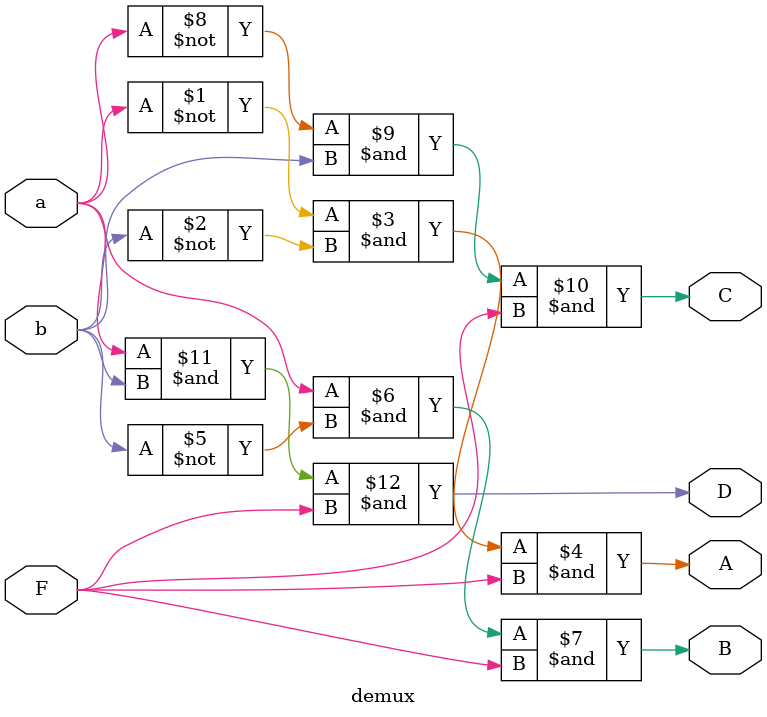
<source format=v>
`timescale 1ns / 1ps

module demux (a, b, F, A, B, C, D);
    input a, b, F;
    output A, B, C, D;

    assign A = (~a)&(~b)&F;
    assign B = a&(~b)&F;
    assign C = (~a)&b&F;
    assign D = a&b&F;
    
endmodule
</source>
